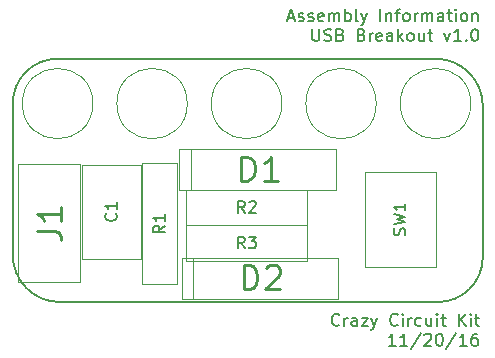
<source format=gbr>
%TF.GenerationSoftware,KiCad,Pcbnew,4.0.4+e1-6308~48~ubuntu16.04.1-stable*%
%TF.CreationDate,2016-12-29T13:26:47-08:00*%
%TF.ProjectId,USB-Breakout-with-Reset,5553422D427265616B6F75742D776974,rev?*%
%TF.FileFunction,Other,Fab,Top*%
%FSLAX46Y46*%
G04 Gerber Fmt 4.6, Leading zero omitted, Abs format (unit mm)*
G04 Created by KiCad (PCBNEW 4.0.4+e1-6308~48~ubuntu16.04.1-stable) date Thu Dec 29 13:26:47 2016*
%MOMM*%
%LPD*%
G01*
G04 APERTURE LIST*
%ADD10C,0.350000*%
%ADD11C,0.152400*%
%ADD12C,0.050000*%
%ADD13C,0.050800*%
%ADD14C,0.040640*%
%ADD15C,0.254000*%
%ADD16C,0.150000*%
G04 APERTURE END LIST*
D10*
D11*
X153849906Y-115724657D02*
X153801525Y-115773038D01*
X153656382Y-115821419D01*
X153559620Y-115821419D01*
X153414478Y-115773038D01*
X153317716Y-115676276D01*
X153269335Y-115579514D01*
X153220954Y-115385990D01*
X153220954Y-115240848D01*
X153269335Y-115047324D01*
X153317716Y-114950562D01*
X153414478Y-114853800D01*
X153559620Y-114805419D01*
X153656382Y-114805419D01*
X153801525Y-114853800D01*
X153849906Y-114902181D01*
X154285335Y-115821419D02*
X154285335Y-115144086D01*
X154285335Y-115337610D02*
X154333716Y-115240848D01*
X154382097Y-115192467D01*
X154478859Y-115144086D01*
X154575620Y-115144086D01*
X155349715Y-115821419D02*
X155349715Y-115289229D01*
X155301334Y-115192467D01*
X155204572Y-115144086D01*
X155011049Y-115144086D01*
X154914287Y-115192467D01*
X155349715Y-115773038D02*
X155252953Y-115821419D01*
X155011049Y-115821419D01*
X154914287Y-115773038D01*
X154865906Y-115676276D01*
X154865906Y-115579514D01*
X154914287Y-115482752D01*
X155011049Y-115434371D01*
X155252953Y-115434371D01*
X155349715Y-115385990D01*
X155736763Y-115144086D02*
X156268953Y-115144086D01*
X155736763Y-115821419D01*
X156268953Y-115821419D01*
X156559239Y-115144086D02*
X156801144Y-115821419D01*
X157043048Y-115144086D02*
X156801144Y-115821419D01*
X156704382Y-116063324D01*
X156656001Y-116111705D01*
X156559239Y-116160086D01*
X158784762Y-115724657D02*
X158736381Y-115773038D01*
X158591238Y-115821419D01*
X158494476Y-115821419D01*
X158349334Y-115773038D01*
X158252572Y-115676276D01*
X158204191Y-115579514D01*
X158155810Y-115385990D01*
X158155810Y-115240848D01*
X158204191Y-115047324D01*
X158252572Y-114950562D01*
X158349334Y-114853800D01*
X158494476Y-114805419D01*
X158591238Y-114805419D01*
X158736381Y-114853800D01*
X158784762Y-114902181D01*
X159220191Y-115821419D02*
X159220191Y-115144086D01*
X159220191Y-114805419D02*
X159171810Y-114853800D01*
X159220191Y-114902181D01*
X159268572Y-114853800D01*
X159220191Y-114805419D01*
X159220191Y-114902181D01*
X159704001Y-115821419D02*
X159704001Y-115144086D01*
X159704001Y-115337610D02*
X159752382Y-115240848D01*
X159800763Y-115192467D01*
X159897525Y-115144086D01*
X159994286Y-115144086D01*
X160768381Y-115773038D02*
X160671619Y-115821419D01*
X160478096Y-115821419D01*
X160381334Y-115773038D01*
X160332953Y-115724657D01*
X160284572Y-115627895D01*
X160284572Y-115337610D01*
X160332953Y-115240848D01*
X160381334Y-115192467D01*
X160478096Y-115144086D01*
X160671619Y-115144086D01*
X160768381Y-115192467D01*
X161639238Y-115144086D02*
X161639238Y-115821419D01*
X161203810Y-115144086D02*
X161203810Y-115676276D01*
X161252191Y-115773038D01*
X161348953Y-115821419D01*
X161494095Y-115821419D01*
X161590857Y-115773038D01*
X161639238Y-115724657D01*
X162123048Y-115821419D02*
X162123048Y-115144086D01*
X162123048Y-114805419D02*
X162074667Y-114853800D01*
X162123048Y-114902181D01*
X162171429Y-114853800D01*
X162123048Y-114805419D01*
X162123048Y-114902181D01*
X162461715Y-115144086D02*
X162848763Y-115144086D01*
X162606858Y-114805419D02*
X162606858Y-115676276D01*
X162655239Y-115773038D01*
X162752001Y-115821419D01*
X162848763Y-115821419D01*
X163961524Y-115821419D02*
X163961524Y-114805419D01*
X164542095Y-115821419D02*
X164106667Y-115240848D01*
X164542095Y-114805419D02*
X163961524Y-115385990D01*
X164977524Y-115821419D02*
X164977524Y-115144086D01*
X164977524Y-114805419D02*
X164929143Y-114853800D01*
X164977524Y-114902181D01*
X165025905Y-114853800D01*
X164977524Y-114805419D01*
X164977524Y-114902181D01*
X165316191Y-115144086D02*
X165703239Y-115144086D01*
X165461334Y-114805419D02*
X165461334Y-115676276D01*
X165509715Y-115773038D01*
X165606477Y-115821419D01*
X165703239Y-115821419D01*
X158639619Y-117497819D02*
X158059048Y-117497819D01*
X158349334Y-117497819D02*
X158349334Y-116481819D01*
X158252572Y-116626962D01*
X158155810Y-116723724D01*
X158059048Y-116772105D01*
X159607238Y-117497819D02*
X159026667Y-117497819D01*
X159316953Y-117497819D02*
X159316953Y-116481819D01*
X159220191Y-116626962D01*
X159123429Y-116723724D01*
X159026667Y-116772105D01*
X160768381Y-116433438D02*
X159897524Y-117739724D01*
X161058667Y-116578581D02*
X161107048Y-116530200D01*
X161203810Y-116481819D01*
X161445714Y-116481819D01*
X161542476Y-116530200D01*
X161590857Y-116578581D01*
X161639238Y-116675343D01*
X161639238Y-116772105D01*
X161590857Y-116917248D01*
X161010286Y-117497819D01*
X161639238Y-117497819D01*
X162268191Y-116481819D02*
X162364952Y-116481819D01*
X162461714Y-116530200D01*
X162510095Y-116578581D01*
X162558476Y-116675343D01*
X162606857Y-116868867D01*
X162606857Y-117110771D01*
X162558476Y-117304295D01*
X162510095Y-117401057D01*
X162461714Y-117449438D01*
X162364952Y-117497819D01*
X162268191Y-117497819D01*
X162171429Y-117449438D01*
X162123048Y-117401057D01*
X162074667Y-117304295D01*
X162026286Y-117110771D01*
X162026286Y-116868867D01*
X162074667Y-116675343D01*
X162123048Y-116578581D01*
X162171429Y-116530200D01*
X162268191Y-116481819D01*
X163768000Y-116433438D02*
X162897143Y-117739724D01*
X164638857Y-117497819D02*
X164058286Y-117497819D01*
X164348572Y-117497819D02*
X164348572Y-116481819D01*
X164251810Y-116626962D01*
X164155048Y-116723724D01*
X164058286Y-116772105D01*
X165509714Y-116481819D02*
X165316191Y-116481819D01*
X165219429Y-116530200D01*
X165171048Y-116578581D01*
X165074286Y-116723724D01*
X165025905Y-116917248D01*
X165025905Y-117304295D01*
X165074286Y-117401057D01*
X165122667Y-117449438D01*
X165219429Y-117497819D01*
X165412952Y-117497819D01*
X165509714Y-117449438D01*
X165558095Y-117401057D01*
X165606476Y-117304295D01*
X165606476Y-117062390D01*
X165558095Y-116965629D01*
X165509714Y-116917248D01*
X165412952Y-116868867D01*
X165219429Y-116868867D01*
X165122667Y-116917248D01*
X165074286Y-116965629D01*
X165025905Y-117062390D01*
X149544002Y-89731133D02*
X150027811Y-89731133D01*
X149447240Y-90021419D02*
X149785907Y-89005419D01*
X150124573Y-90021419D01*
X150414859Y-89973038D02*
X150511621Y-90021419D01*
X150705145Y-90021419D01*
X150801906Y-89973038D01*
X150850287Y-89876276D01*
X150850287Y-89827895D01*
X150801906Y-89731133D01*
X150705145Y-89682752D01*
X150560002Y-89682752D01*
X150463240Y-89634371D01*
X150414859Y-89537610D01*
X150414859Y-89489229D01*
X150463240Y-89392467D01*
X150560002Y-89344086D01*
X150705145Y-89344086D01*
X150801906Y-89392467D01*
X151237335Y-89973038D02*
X151334097Y-90021419D01*
X151527621Y-90021419D01*
X151624382Y-89973038D01*
X151672763Y-89876276D01*
X151672763Y-89827895D01*
X151624382Y-89731133D01*
X151527621Y-89682752D01*
X151382478Y-89682752D01*
X151285716Y-89634371D01*
X151237335Y-89537610D01*
X151237335Y-89489229D01*
X151285716Y-89392467D01*
X151382478Y-89344086D01*
X151527621Y-89344086D01*
X151624382Y-89392467D01*
X152495239Y-89973038D02*
X152398477Y-90021419D01*
X152204954Y-90021419D01*
X152108192Y-89973038D01*
X152059811Y-89876276D01*
X152059811Y-89489229D01*
X152108192Y-89392467D01*
X152204954Y-89344086D01*
X152398477Y-89344086D01*
X152495239Y-89392467D01*
X152543620Y-89489229D01*
X152543620Y-89585990D01*
X152059811Y-89682752D01*
X152979049Y-90021419D02*
X152979049Y-89344086D01*
X152979049Y-89440848D02*
X153027430Y-89392467D01*
X153124192Y-89344086D01*
X153269334Y-89344086D01*
X153366096Y-89392467D01*
X153414477Y-89489229D01*
X153414477Y-90021419D01*
X153414477Y-89489229D02*
X153462858Y-89392467D01*
X153559620Y-89344086D01*
X153704763Y-89344086D01*
X153801525Y-89392467D01*
X153849906Y-89489229D01*
X153849906Y-90021419D01*
X154333716Y-90021419D02*
X154333716Y-89005419D01*
X154333716Y-89392467D02*
X154430478Y-89344086D01*
X154624001Y-89344086D01*
X154720763Y-89392467D01*
X154769144Y-89440848D01*
X154817525Y-89537610D01*
X154817525Y-89827895D01*
X154769144Y-89924657D01*
X154720763Y-89973038D01*
X154624001Y-90021419D01*
X154430478Y-90021419D01*
X154333716Y-89973038D01*
X155398097Y-90021419D02*
X155301335Y-89973038D01*
X155252954Y-89876276D01*
X155252954Y-89005419D01*
X155688382Y-89344086D02*
X155930287Y-90021419D01*
X156172191Y-89344086D02*
X155930287Y-90021419D01*
X155833525Y-90263324D01*
X155785144Y-90311705D01*
X155688382Y-90360086D01*
X157333334Y-90021419D02*
X157333334Y-89005419D01*
X157817144Y-89344086D02*
X157817144Y-90021419D01*
X157817144Y-89440848D02*
X157865525Y-89392467D01*
X157962287Y-89344086D01*
X158107429Y-89344086D01*
X158204191Y-89392467D01*
X158252572Y-89489229D01*
X158252572Y-90021419D01*
X158591239Y-89344086D02*
X158978287Y-89344086D01*
X158736382Y-90021419D02*
X158736382Y-89150562D01*
X158784763Y-89053800D01*
X158881525Y-89005419D01*
X158978287Y-89005419D01*
X159462096Y-90021419D02*
X159365334Y-89973038D01*
X159316953Y-89924657D01*
X159268572Y-89827895D01*
X159268572Y-89537610D01*
X159316953Y-89440848D01*
X159365334Y-89392467D01*
X159462096Y-89344086D01*
X159607238Y-89344086D01*
X159704000Y-89392467D01*
X159752381Y-89440848D01*
X159800762Y-89537610D01*
X159800762Y-89827895D01*
X159752381Y-89924657D01*
X159704000Y-89973038D01*
X159607238Y-90021419D01*
X159462096Y-90021419D01*
X160236191Y-90021419D02*
X160236191Y-89344086D01*
X160236191Y-89537610D02*
X160284572Y-89440848D01*
X160332953Y-89392467D01*
X160429715Y-89344086D01*
X160526476Y-89344086D01*
X160865143Y-90021419D02*
X160865143Y-89344086D01*
X160865143Y-89440848D02*
X160913524Y-89392467D01*
X161010286Y-89344086D01*
X161155428Y-89344086D01*
X161252190Y-89392467D01*
X161300571Y-89489229D01*
X161300571Y-90021419D01*
X161300571Y-89489229D02*
X161348952Y-89392467D01*
X161445714Y-89344086D01*
X161590857Y-89344086D01*
X161687619Y-89392467D01*
X161736000Y-89489229D01*
X161736000Y-90021419D01*
X162655238Y-90021419D02*
X162655238Y-89489229D01*
X162606857Y-89392467D01*
X162510095Y-89344086D01*
X162316572Y-89344086D01*
X162219810Y-89392467D01*
X162655238Y-89973038D02*
X162558476Y-90021419D01*
X162316572Y-90021419D01*
X162219810Y-89973038D01*
X162171429Y-89876276D01*
X162171429Y-89779514D01*
X162219810Y-89682752D01*
X162316572Y-89634371D01*
X162558476Y-89634371D01*
X162655238Y-89585990D01*
X162993905Y-89344086D02*
X163380953Y-89344086D01*
X163139048Y-89005419D02*
X163139048Y-89876276D01*
X163187429Y-89973038D01*
X163284191Y-90021419D01*
X163380953Y-90021419D01*
X163719619Y-90021419D02*
X163719619Y-89344086D01*
X163719619Y-89005419D02*
X163671238Y-89053800D01*
X163719619Y-89102181D01*
X163768000Y-89053800D01*
X163719619Y-89005419D01*
X163719619Y-89102181D01*
X164348572Y-90021419D02*
X164251810Y-89973038D01*
X164203429Y-89924657D01*
X164155048Y-89827895D01*
X164155048Y-89537610D01*
X164203429Y-89440848D01*
X164251810Y-89392467D01*
X164348572Y-89344086D01*
X164493714Y-89344086D01*
X164590476Y-89392467D01*
X164638857Y-89440848D01*
X164687238Y-89537610D01*
X164687238Y-89827895D01*
X164638857Y-89924657D01*
X164590476Y-89973038D01*
X164493714Y-90021419D01*
X164348572Y-90021419D01*
X165122667Y-89344086D02*
X165122667Y-90021419D01*
X165122667Y-89440848D02*
X165171048Y-89392467D01*
X165267810Y-89344086D01*
X165412952Y-89344086D01*
X165509714Y-89392467D01*
X165558095Y-89489229D01*
X165558095Y-90021419D01*
X151576002Y-90681819D02*
X151576002Y-91504295D01*
X151624383Y-91601057D01*
X151672764Y-91649438D01*
X151769526Y-91697819D01*
X151963049Y-91697819D01*
X152059811Y-91649438D01*
X152108192Y-91601057D01*
X152156573Y-91504295D01*
X152156573Y-90681819D01*
X152592002Y-91649438D02*
X152737145Y-91697819D01*
X152979049Y-91697819D01*
X153075811Y-91649438D01*
X153124192Y-91601057D01*
X153172573Y-91504295D01*
X153172573Y-91407533D01*
X153124192Y-91310771D01*
X153075811Y-91262390D01*
X152979049Y-91214010D01*
X152785526Y-91165629D01*
X152688764Y-91117248D01*
X152640383Y-91068867D01*
X152592002Y-90972105D01*
X152592002Y-90875343D01*
X152640383Y-90778581D01*
X152688764Y-90730200D01*
X152785526Y-90681819D01*
X153027430Y-90681819D01*
X153172573Y-90730200D01*
X153946668Y-91165629D02*
X154091811Y-91214010D01*
X154140192Y-91262390D01*
X154188573Y-91359152D01*
X154188573Y-91504295D01*
X154140192Y-91601057D01*
X154091811Y-91649438D01*
X153995049Y-91697819D01*
X153608002Y-91697819D01*
X153608002Y-90681819D01*
X153946668Y-90681819D01*
X154043430Y-90730200D01*
X154091811Y-90778581D01*
X154140192Y-90875343D01*
X154140192Y-90972105D01*
X154091811Y-91068867D01*
X154043430Y-91117248D01*
X153946668Y-91165629D01*
X153608002Y-91165629D01*
X155736763Y-91165629D02*
X155881906Y-91214010D01*
X155930287Y-91262390D01*
X155978668Y-91359152D01*
X155978668Y-91504295D01*
X155930287Y-91601057D01*
X155881906Y-91649438D01*
X155785144Y-91697819D01*
X155398097Y-91697819D01*
X155398097Y-90681819D01*
X155736763Y-90681819D01*
X155833525Y-90730200D01*
X155881906Y-90778581D01*
X155930287Y-90875343D01*
X155930287Y-90972105D01*
X155881906Y-91068867D01*
X155833525Y-91117248D01*
X155736763Y-91165629D01*
X155398097Y-91165629D01*
X156414097Y-91697819D02*
X156414097Y-91020486D01*
X156414097Y-91214010D02*
X156462478Y-91117248D01*
X156510859Y-91068867D01*
X156607621Y-91020486D01*
X156704382Y-91020486D01*
X157430096Y-91649438D02*
X157333334Y-91697819D01*
X157139811Y-91697819D01*
X157043049Y-91649438D01*
X156994668Y-91552676D01*
X156994668Y-91165629D01*
X157043049Y-91068867D01*
X157139811Y-91020486D01*
X157333334Y-91020486D01*
X157430096Y-91068867D01*
X157478477Y-91165629D01*
X157478477Y-91262390D01*
X156994668Y-91359152D01*
X158349334Y-91697819D02*
X158349334Y-91165629D01*
X158300953Y-91068867D01*
X158204191Y-91020486D01*
X158010668Y-91020486D01*
X157913906Y-91068867D01*
X158349334Y-91649438D02*
X158252572Y-91697819D01*
X158010668Y-91697819D01*
X157913906Y-91649438D01*
X157865525Y-91552676D01*
X157865525Y-91455914D01*
X157913906Y-91359152D01*
X158010668Y-91310771D01*
X158252572Y-91310771D01*
X158349334Y-91262390D01*
X158833144Y-91697819D02*
X158833144Y-90681819D01*
X158929906Y-91310771D02*
X159220191Y-91697819D01*
X159220191Y-91020486D02*
X158833144Y-91407533D01*
X159800763Y-91697819D02*
X159704001Y-91649438D01*
X159655620Y-91601057D01*
X159607239Y-91504295D01*
X159607239Y-91214010D01*
X159655620Y-91117248D01*
X159704001Y-91068867D01*
X159800763Y-91020486D01*
X159945905Y-91020486D01*
X160042667Y-91068867D01*
X160091048Y-91117248D01*
X160139429Y-91214010D01*
X160139429Y-91504295D01*
X160091048Y-91601057D01*
X160042667Y-91649438D01*
X159945905Y-91697819D01*
X159800763Y-91697819D01*
X161010286Y-91020486D02*
X161010286Y-91697819D01*
X160574858Y-91020486D02*
X160574858Y-91552676D01*
X160623239Y-91649438D01*
X160720001Y-91697819D01*
X160865143Y-91697819D01*
X160961905Y-91649438D01*
X161010286Y-91601057D01*
X161348953Y-91020486D02*
X161736001Y-91020486D01*
X161494096Y-90681819D02*
X161494096Y-91552676D01*
X161542477Y-91649438D01*
X161639239Y-91697819D01*
X161736001Y-91697819D01*
X162752000Y-91020486D02*
X162993905Y-91697819D01*
X163235809Y-91020486D01*
X164155047Y-91697819D02*
X163574476Y-91697819D01*
X163864762Y-91697819D02*
X163864762Y-90681819D01*
X163768000Y-90826962D01*
X163671238Y-90923724D01*
X163574476Y-90972105D01*
X164590476Y-91601057D02*
X164638857Y-91649438D01*
X164590476Y-91697819D01*
X164542095Y-91649438D01*
X164590476Y-91601057D01*
X164590476Y-91697819D01*
X165267810Y-90681819D02*
X165364571Y-90681819D01*
X165461333Y-90730200D01*
X165509714Y-90778581D01*
X165558095Y-90875343D01*
X165606476Y-91068867D01*
X165606476Y-91310771D01*
X165558095Y-91504295D01*
X165509714Y-91601057D01*
X165461333Y-91649438D01*
X165364571Y-91697819D01*
X165267810Y-91697819D01*
X165171048Y-91649438D01*
X165122667Y-91601057D01*
X165074286Y-91504295D01*
X165025905Y-91310771D01*
X165025905Y-91068867D01*
X165074286Y-90875343D01*
X165122667Y-90778581D01*
X165171048Y-90730200D01*
X165267810Y-90681819D01*
X166000000Y-110000000D02*
X166000000Y-97200000D01*
X126200000Y-97000000D02*
X126200000Y-109800000D01*
X126200000Y-109800000D02*
G75*
G03X130200000Y-113800000I4000000J0D01*
G01*
X130200000Y-113800000D02*
X162200000Y-113800000D01*
X162200000Y-113800000D02*
G75*
G03X166000000Y-110000000I0J3800000D01*
G01*
X130000000Y-93200000D02*
G75*
G03X126200000Y-97000000I0J-3800000D01*
G01*
X162000000Y-93200000D02*
X130000000Y-93200000D01*
X166000000Y-97200000D02*
G75*
G03X162000000Y-93200000I-4000000J0D01*
G01*
D12*
X126650000Y-102100000D02*
X131900000Y-102100000D01*
X126650000Y-112100000D02*
X126650000Y-102100000D01*
X131900000Y-112100000D02*
X126650000Y-112100000D01*
X131900000Y-102100000D02*
X131900000Y-112100000D01*
D13*
X137136000Y-102070000D02*
X137136000Y-112270000D01*
X140136000Y-102070000D02*
X137136000Y-102070000D01*
X140136000Y-102170000D02*
X140136000Y-102070000D01*
X140136000Y-112270000D02*
X140136000Y-102170000D01*
X137136000Y-112270000D02*
X140136000Y-112270000D01*
X140912000Y-107300000D02*
X151112000Y-107300000D01*
X140912000Y-104300000D02*
X140912000Y-107300000D01*
X141012000Y-104300000D02*
X140912000Y-104300000D01*
X151112000Y-104300000D02*
X141012000Y-104300000D01*
X151112000Y-107300000D02*
X151112000Y-104300000D01*
X140912000Y-110300000D02*
X151112000Y-110300000D01*
X140912000Y-107300000D02*
X140912000Y-110300000D01*
X141012000Y-107300000D02*
X140912000Y-107300000D01*
X151112000Y-107300000D02*
X141012000Y-107300000D01*
X151112000Y-110300000D02*
X151112000Y-107300000D01*
D12*
X162000000Y-102800000D02*
X156000000Y-102800000D01*
X162000000Y-110800000D02*
X162000000Y-102800000D01*
X156000000Y-110800000D02*
X162000000Y-110800000D01*
X156000000Y-102800000D02*
X156000000Y-110800000D01*
D14*
X132982030Y-97000000D02*
G75*
G03X132982030Y-97000000I-2982030J0D01*
G01*
X148982030Y-97000000D02*
G75*
G03X148982030Y-97000000I-2982030J0D01*
G01*
X156982030Y-97000000D02*
G75*
G03X156982030Y-97000000I-2982030J0D01*
G01*
X140982030Y-97000000D02*
G75*
G03X140982030Y-97000000I-2982030J0D01*
G01*
X164982030Y-97000000D02*
G75*
G03X164982030Y-97000000I-2982030J0D01*
G01*
D13*
X140300000Y-100847460D02*
X140300000Y-101097460D01*
X153550000Y-100847460D02*
X140300000Y-100847460D01*
X153550000Y-104347460D02*
X153550000Y-100847460D01*
X153300000Y-104347460D02*
X153550000Y-104347460D01*
X140300000Y-104347460D02*
X153300000Y-104347460D01*
X140300000Y-101097460D02*
X140300000Y-104347460D01*
X141300000Y-100847460D02*
X141300000Y-104347460D01*
X140500000Y-110052540D02*
X140500000Y-110302540D01*
X153750000Y-110052540D02*
X140500000Y-110052540D01*
X153750000Y-113552540D02*
X153750000Y-110052540D01*
X153500000Y-113552540D02*
X153750000Y-113552540D01*
X140500000Y-113552540D02*
X153500000Y-113552540D01*
X140500000Y-110302540D02*
X140500000Y-113552540D01*
X141500000Y-110052540D02*
X141500000Y-113552540D01*
D12*
X137072000Y-102184000D02*
X137072000Y-110184000D01*
X132072000Y-102184000D02*
X137072000Y-102184000D01*
X132072000Y-110184000D02*
X132072000Y-102184000D01*
X137072000Y-110184000D02*
X132072000Y-110184000D01*
D15*
X128287238Y-107777333D02*
X129738667Y-107777333D01*
X130028952Y-107874095D01*
X130222476Y-108067619D01*
X130319238Y-108357904D01*
X130319238Y-108551428D01*
X130319238Y-105745334D02*
X130319238Y-106906476D01*
X130319238Y-106325905D02*
X128287238Y-106325905D01*
X128577524Y-106519429D01*
X128771048Y-106712953D01*
X128867810Y-106906476D01*
D16*
X139088381Y-107336666D02*
X138612190Y-107670000D01*
X139088381Y-107908095D02*
X138088381Y-107908095D01*
X138088381Y-107527142D01*
X138136000Y-107431904D01*
X138183619Y-107384285D01*
X138278857Y-107336666D01*
X138421714Y-107336666D01*
X138516952Y-107384285D01*
X138564571Y-107431904D01*
X138612190Y-107527142D01*
X138612190Y-107908095D01*
X139088381Y-106384285D02*
X139088381Y-106955714D01*
X139088381Y-106670000D02*
X138088381Y-106670000D01*
X138231238Y-106765238D01*
X138326476Y-106860476D01*
X138374095Y-106955714D01*
X145845334Y-106252381D02*
X145512000Y-105776190D01*
X145273905Y-106252381D02*
X145273905Y-105252381D01*
X145654858Y-105252381D01*
X145750096Y-105300000D01*
X145797715Y-105347619D01*
X145845334Y-105442857D01*
X145845334Y-105585714D01*
X145797715Y-105680952D01*
X145750096Y-105728571D01*
X145654858Y-105776190D01*
X145273905Y-105776190D01*
X146226286Y-105347619D02*
X146273905Y-105300000D01*
X146369143Y-105252381D01*
X146607239Y-105252381D01*
X146702477Y-105300000D01*
X146750096Y-105347619D01*
X146797715Y-105442857D01*
X146797715Y-105538095D01*
X146750096Y-105680952D01*
X146178667Y-106252381D01*
X146797715Y-106252381D01*
X145845334Y-109252381D02*
X145512000Y-108776190D01*
X145273905Y-109252381D02*
X145273905Y-108252381D01*
X145654858Y-108252381D01*
X145750096Y-108300000D01*
X145797715Y-108347619D01*
X145845334Y-108442857D01*
X145845334Y-108585714D01*
X145797715Y-108680952D01*
X145750096Y-108728571D01*
X145654858Y-108776190D01*
X145273905Y-108776190D01*
X146178667Y-108252381D02*
X146797715Y-108252381D01*
X146464381Y-108633333D01*
X146607239Y-108633333D01*
X146702477Y-108680952D01*
X146750096Y-108728571D01*
X146797715Y-108823810D01*
X146797715Y-109061905D01*
X146750096Y-109157143D01*
X146702477Y-109204762D01*
X146607239Y-109252381D01*
X146321524Y-109252381D01*
X146226286Y-109204762D01*
X146178667Y-109157143D01*
X159404762Y-108133333D02*
X159452381Y-107990476D01*
X159452381Y-107752380D01*
X159404762Y-107657142D01*
X159357143Y-107609523D01*
X159261905Y-107561904D01*
X159166667Y-107561904D01*
X159071429Y-107609523D01*
X159023810Y-107657142D01*
X158976190Y-107752380D01*
X158928571Y-107942857D01*
X158880952Y-108038095D01*
X158833333Y-108085714D01*
X158738095Y-108133333D01*
X158642857Y-108133333D01*
X158547619Y-108085714D01*
X158500000Y-108038095D01*
X158452381Y-107942857D01*
X158452381Y-107704761D01*
X158500000Y-107561904D01*
X158452381Y-107228571D02*
X159452381Y-106990476D01*
X158738095Y-106799999D01*
X159452381Y-106609523D01*
X158452381Y-106371428D01*
X159452381Y-105466666D02*
X159452381Y-106038095D01*
X159452381Y-105752381D02*
X158452381Y-105752381D01*
X158595238Y-105847619D01*
X158690476Y-105942857D01*
X158738095Y-106038095D01*
D15*
X145550191Y-103516698D02*
X145550191Y-101484698D01*
X146034000Y-101484698D01*
X146324286Y-101581460D01*
X146517810Y-101774984D01*
X146614571Y-101968508D01*
X146711333Y-102355555D01*
X146711333Y-102645841D01*
X146614571Y-103032889D01*
X146517810Y-103226412D01*
X146324286Y-103419936D01*
X146034000Y-103516698D01*
X145550191Y-103516698D01*
X148646571Y-103516698D02*
X147485429Y-103516698D01*
X148066000Y-103516698D02*
X148066000Y-101484698D01*
X147872476Y-101774984D01*
X147678952Y-101968508D01*
X147485429Y-102065270D01*
X145750191Y-112721778D02*
X145750191Y-110689778D01*
X146234000Y-110689778D01*
X146524286Y-110786540D01*
X146717810Y-110980064D01*
X146814571Y-111173588D01*
X146911333Y-111560635D01*
X146911333Y-111850921D01*
X146814571Y-112237969D01*
X146717810Y-112431492D01*
X146524286Y-112625016D01*
X146234000Y-112721778D01*
X145750191Y-112721778D01*
X147685429Y-110883302D02*
X147782191Y-110786540D01*
X147975714Y-110689778D01*
X148459524Y-110689778D01*
X148653048Y-110786540D01*
X148749810Y-110883302D01*
X148846571Y-111076826D01*
X148846571Y-111270350D01*
X148749810Y-111560635D01*
X147588667Y-112721778D01*
X148846571Y-112721778D01*
D16*
X134929143Y-106300666D02*
X134976762Y-106348285D01*
X135024381Y-106491142D01*
X135024381Y-106586380D01*
X134976762Y-106729238D01*
X134881524Y-106824476D01*
X134786286Y-106872095D01*
X134595810Y-106919714D01*
X134452952Y-106919714D01*
X134262476Y-106872095D01*
X134167238Y-106824476D01*
X134072000Y-106729238D01*
X134024381Y-106586380D01*
X134024381Y-106491142D01*
X134072000Y-106348285D01*
X134119619Y-106300666D01*
X135024381Y-105348285D02*
X135024381Y-105919714D01*
X135024381Y-105634000D02*
X134024381Y-105634000D01*
X134167238Y-105729238D01*
X134262476Y-105824476D01*
X134310095Y-105919714D01*
M02*

</source>
